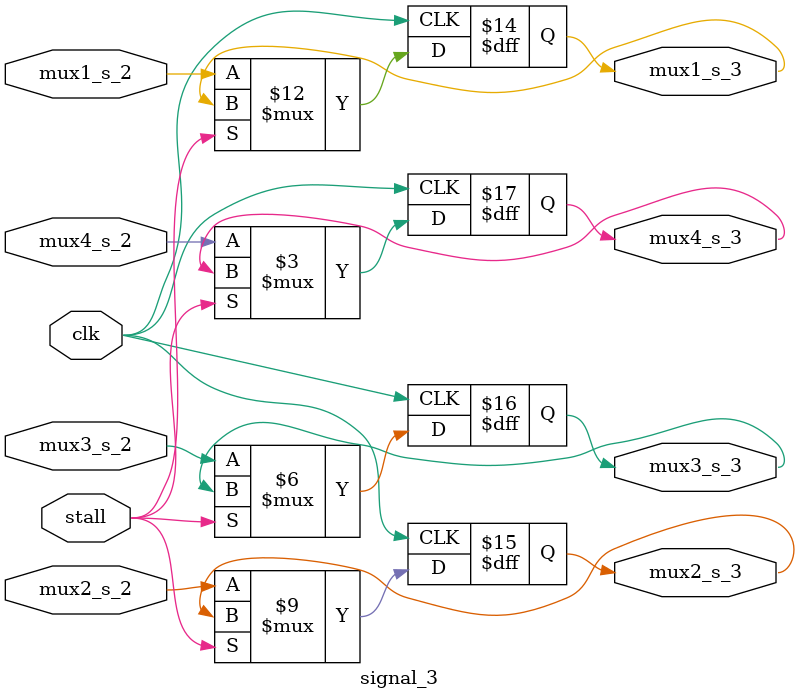
<source format=v>
`timescale 1ns / 1ps


module signal_3(
input clk,
input stall,
input mux1_s_2,mux2_s_2,mux3_s_2,mux4_s_2,
output reg mux1_s_3,mux2_s_3,mux3_s_3,mux4_s_3
    );
    always@(posedge clk)
    begin
    if(stall);
    else begin
        mux1_s_3 <= mux1_s_2;
        mux2_s_3 <= mux2_s_2;
        mux3_s_3 <= mux3_s_2;
        mux4_s_3 <= mux4_s_2;
    end
    end
endmodule

</source>
